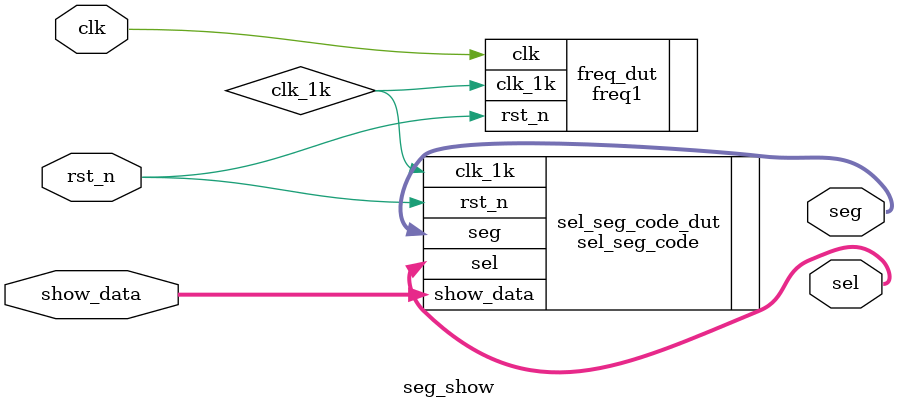
<source format=v>
module seg_show (clk, rst_n, show_data, seg, sel);

   input clk;
	input rst_n;
	input [23:0] show_data;
	  
	output [7:0] seg;
   output [5:0] sel;	
	
   wire clk_1k;

   freq1 freq_dut(
	.clk(clk), 
	.rst_n(rst_n), 
	.clk_1k(clk_1k)
	);
	
	sel_seg_code sel_seg_code_dut(
	.show_data(show_data), 
	.clk_1k(clk_1k),
	.rst_n(rst_n),
	.sel(sel), 
	.seg(seg)
	);
	
endmodule 
</source>
